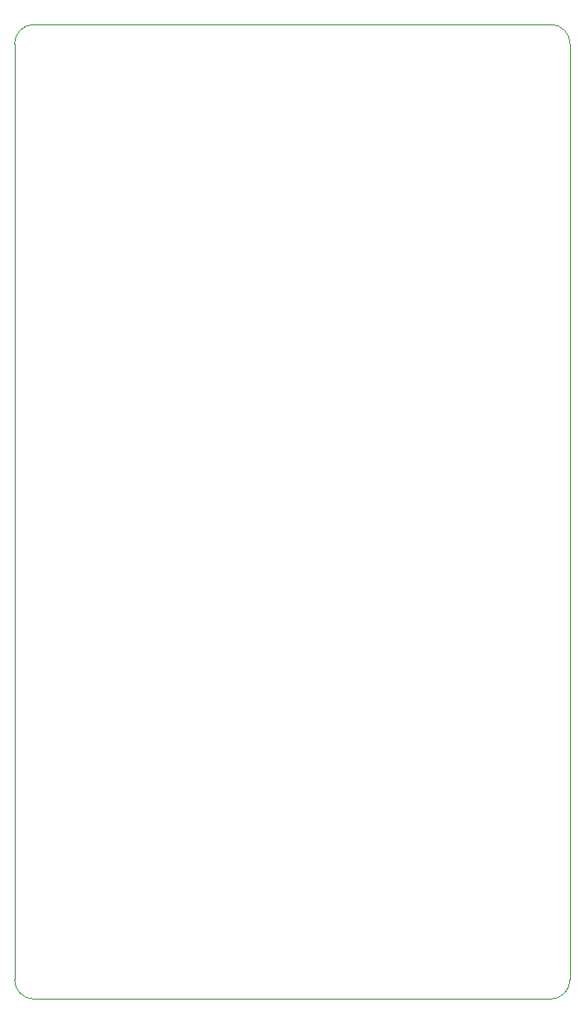
<source format=gm1>
%TF.GenerationSoftware,KiCad,Pcbnew,7.0.7*%
%TF.CreationDate,2023-09-28T15:46:00-05:00*%
%TF.ProjectId,iowa-rover-kiosk-mega-adapter,696f7761-2d72-46f7-9665-722d6b696f73,rev?*%
%TF.SameCoordinates,Original*%
%TF.FileFunction,Profile,NP*%
%FSLAX46Y46*%
G04 Gerber Fmt 4.6, Leading zero omitted, Abs format (unit mm)*
G04 Created by KiCad (PCBNEW 7.0.7) date 2023-09-28 15:46:00*
%MOMM*%
%LPD*%
G01*
G04 APERTURE LIST*
%TA.AperFunction,Profile*%
%ADD10C,0.100000*%
%TD*%
G04 APERTURE END LIST*
D10*
X197485000Y-45720000D02*
X147320000Y-45720000D01*
X147320000Y-140335000D02*
X197485000Y-140335000D01*
X197485000Y-140335000D02*
G75*
G03*
X199390000Y-138430000I0J1905000D01*
G01*
X145415000Y-47625000D02*
X145415000Y-138430000D01*
X199390000Y-47625000D02*
G75*
G03*
X197485000Y-45720000I-1905000J0D01*
G01*
X199390000Y-138430000D02*
X199390000Y-47625000D01*
X147320000Y-45720000D02*
G75*
G03*
X145415000Y-47625000I0J-1905000D01*
G01*
X145415000Y-138430000D02*
G75*
G03*
X147320000Y-140335000I1905000J0D01*
G01*
M02*

</source>
